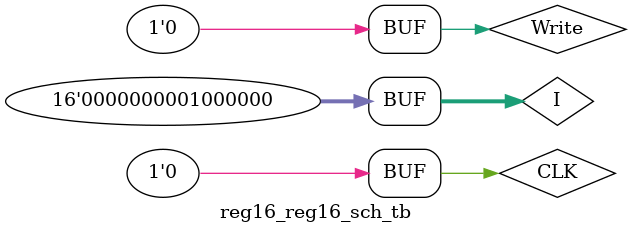
<source format=v>

`timescale 1ns / 1ps

module reg16_reg16_sch_tb();

// Inputs
   reg CLK;
   reg Write;
   reg [15:0] I;

// Output
   wire [15:0] O;

// Bidirs

// Instantiate the UUT
   reg16 UUT (
		.CLK(CLK), 
		.Write(Write), 
		.I(I), 
		.O(O)
   );
// Initialize Inputs

	initial begin
		CLK = 0;
		Write = 1;
		I = 0;
		repeat(128) begin
			#50
			if(CLK==1&&Write==1) begin
				if(O==I)
					$display("pass");
				else
					$display("fail");
			end
			
			if(CLK==0)
				CLK=1;
			else begin
				CLK=0;
				I=I+1;
			end
		end
		#50
		CLK = 0;
		Write = 0;
		I = 0;
		repeat(128) begin
			#50
			if(O!=63)
				$display("fail");
			if(CLK==0)
				CLK=1;
			else begin
				CLK=0;
				I=I+1;
			end
		end
	end
endmodule

</source>
